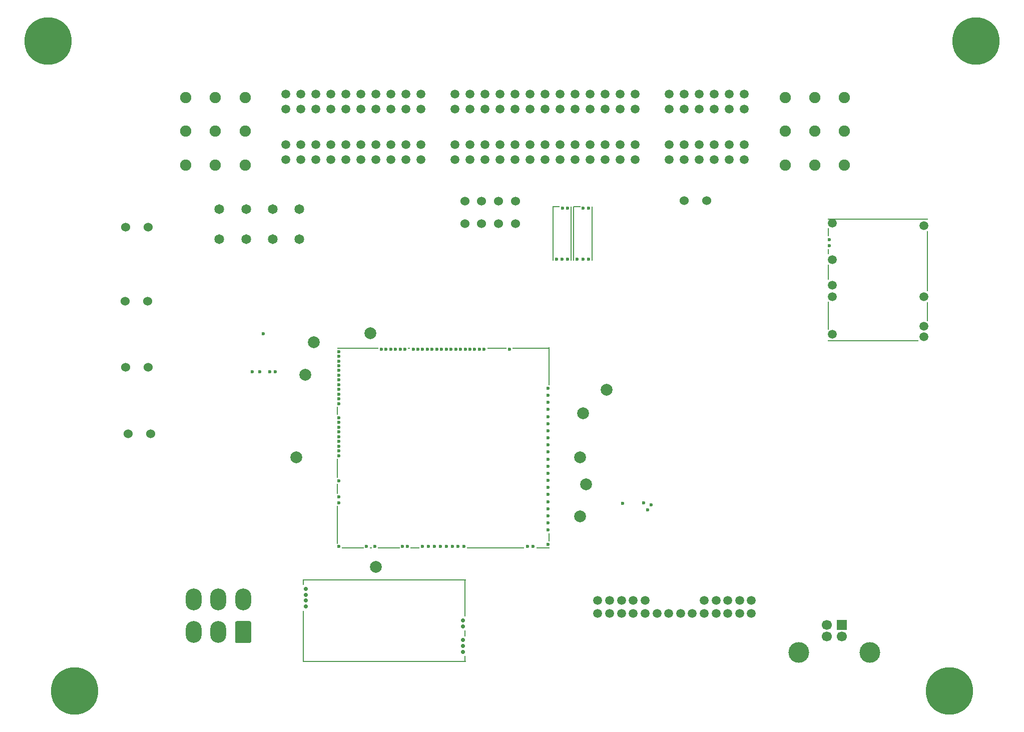
<source format=gbl>
G04 #@! TF.GenerationSoftware,KiCad,Pcbnew,8.0.9-8.0.9-0~ubuntu24.04.1*
G04 #@! TF.CreationDate,2025-02-20T18:22:35+00:00*
G04 #@! TF.ProjectId,hellenbms46,68656c6c-656e-4626-9d73-34362e6b6963,rev?*
G04 #@! TF.SameCoordinates,PX4c4b400PY96ae380*
G04 #@! TF.FileFunction,Copper,L4,Bot*
G04 #@! TF.FilePolarity,Positive*
%FSLAX46Y46*%
G04 Gerber Fmt 4.6, Leading zero omitted, Abs format (unit mm)*
G04 Created by KiCad (PCBNEW 8.0.9-8.0.9-0~ubuntu24.04.1) date 2025-02-20 18:22:35*
%MOMM*%
%LPD*%
G01*
G04 APERTURE LIST*
G04 #@! TA.AperFunction,ComponentPad*
%ADD10C,8.000000*%
G04 #@! TD*
G04 #@! TA.AperFunction,ComponentPad*
%ADD11C,1.650000*%
G04 #@! TD*
G04 #@! TA.AperFunction,ComponentPad*
%ADD12C,2.000000*%
G04 #@! TD*
G04 #@! TA.AperFunction,ComponentPad*
%ADD13C,1.524000*%
G04 #@! TD*
G04 #@! TA.AperFunction,ComponentPad*
%ADD14C,1.500000*%
G04 #@! TD*
G04 #@! TA.AperFunction,ComponentPad*
%ADD15C,0.700000*%
G04 #@! TD*
G04 #@! TA.AperFunction,SMDPad,CuDef*
%ADD16R,0.250000X1.100000*%
G04 #@! TD*
G04 #@! TA.AperFunction,SMDPad,CuDef*
%ADD17R,0.250000X0.980000*%
G04 #@! TD*
G04 #@! TA.AperFunction,SMDPad,CuDef*
%ADD18R,0.250000X6.300000*%
G04 #@! TD*
G04 #@! TA.AperFunction,SMDPad,CuDef*
%ADD19R,27.600000X0.250000*%
G04 #@! TD*
G04 #@! TA.AperFunction,SMDPad,CuDef*
%ADD20R,0.250000X8.750000*%
G04 #@! TD*
G04 #@! TA.AperFunction,SMDPad,CuDef*
%ADD21R,0.250000X0.950000*%
G04 #@! TD*
G04 #@! TA.AperFunction,ComponentPad*
%ADD22C,0.600000*%
G04 #@! TD*
G04 #@! TA.AperFunction,SMDPad,CuDef*
%ADD23O,1.225000X0.200000*%
G04 #@! TD*
G04 #@! TA.AperFunction,SMDPad,CuDef*
%ADD24O,0.200000X9.300000*%
G04 #@! TD*
G04 #@! TA.AperFunction,SMDPad,CuDef*
%ADD25O,0.200000X3.300000*%
G04 #@! TD*
G04 #@! TA.AperFunction,SMDPad,CuDef*
%ADD26O,0.200000X10.200000*%
G04 #@! TD*
G04 #@! TA.AperFunction,SMDPad,CuDef*
%ADD27O,0.200000X0.300000*%
G04 #@! TD*
G04 #@! TA.AperFunction,SMDPad,CuDef*
%ADD28O,17.000000X0.200000*%
G04 #@! TD*
G04 #@! TA.AperFunction,SMDPad,CuDef*
%ADD29O,15.400000X0.200000*%
G04 #@! TD*
G04 #@! TA.AperFunction,SMDPad,CuDef*
%ADD30O,0.200000X4.800000*%
G04 #@! TD*
G04 #@! TA.AperFunction,SMDPad,CuDef*
%ADD31O,0.200000X2.600000*%
G04 #@! TD*
G04 #@! TA.AperFunction,SMDPad,CuDef*
%ADD32O,0.200000X1.000000*%
G04 #@! TD*
G04 #@! TA.AperFunction,SMDPad,CuDef*
%ADD33O,0.200000X1.500000*%
G04 #@! TD*
G04 #@! TA.AperFunction,SMDPad,CuDef*
%ADD34R,3.700000X0.200000*%
G04 #@! TD*
G04 #@! TA.AperFunction,SMDPad,CuDef*
%ADD35R,0.400000X0.200000*%
G04 #@! TD*
G04 #@! TA.AperFunction,SMDPad,CuDef*
%ADD36R,1.600000X0.200000*%
G04 #@! TD*
G04 #@! TA.AperFunction,SMDPad,CuDef*
%ADD37R,9.700000X0.200000*%
G04 #@! TD*
G04 #@! TA.AperFunction,SMDPad,CuDef*
%ADD38R,2.300000X0.200000*%
G04 #@! TD*
G04 #@! TA.AperFunction,SMDPad,CuDef*
%ADD39R,0.200000X1.400000*%
G04 #@! TD*
G04 #@! TA.AperFunction,SMDPad,CuDef*
%ADD40R,0.200000X6.400000*%
G04 #@! TD*
G04 #@! TA.AperFunction,SMDPad,CuDef*
%ADD41R,0.200000X1.700000*%
G04 #@! TD*
G04 #@! TA.AperFunction,SMDPad,CuDef*
%ADD42R,0.200000X3.300000*%
G04 #@! TD*
G04 #@! TA.AperFunction,SMDPad,CuDef*
%ADD43R,7.000000X0.200000*%
G04 #@! TD*
G04 #@! TA.AperFunction,SMDPad,CuDef*
%ADD44R,3.300000X0.200000*%
G04 #@! TD*
G04 #@! TA.AperFunction,SMDPad,CuDef*
%ADD45R,6.300000X0.200000*%
G04 #@! TD*
G04 #@! TA.AperFunction,ComponentPad*
%ADD46R,1.700000X1.700000*%
G04 #@! TD*
G04 #@! TA.AperFunction,ComponentPad*
%ADD47C,1.700000*%
G04 #@! TD*
G04 #@! TA.AperFunction,ComponentPad*
%ADD48C,3.500000*%
G04 #@! TD*
G04 #@! TA.AperFunction,ComponentPad*
%ADD49O,2.700000X3.700000*%
G04 #@! TD*
G04 #@! TA.AperFunction,ComponentPad*
%ADD50C,0.599999*%
G04 #@! TD*
G04 #@! TA.AperFunction,ComponentPad*
%ADD51C,1.900000*%
G04 #@! TD*
G04 APERTURE END LIST*
D10*
G04 #@! TO.P,REF\u002A\u002A,1*
G04 #@! TO.N,N/C*
X3500000Y114000000D03*
G04 #@! TD*
D11*
G04 #@! TO.P,F2002,1,1*
G04 #@! TO.N,/conn/IGN_OUT1*
X32500000Y80460000D03*
G04 #@! TO.P,F2002,2,2*
G04 #@! TO.N,Net-(P2001E-Pin_506)*
X32500000Y85540000D03*
G04 #@! TD*
D12*
G04 #@! TO.P,TP3008,1,1*
G04 #@! TO.N,Net-(M3002-USBID_(PA10))*
X48500000Y63000000D03*
G04 #@! TD*
D13*
G04 #@! TO.P,JP4001,1,1*
G04 #@! TO.N,/conn/IGN_OUT1*
X16595000Y82500000D03*
G04 #@! TO.P,JP4001,2,2*
G04 #@! TO.N,Net-(F4001-Pad1)*
X20405000Y82500000D03*
G04 #@! TD*
G04 #@! TO.P,JP4004,1,1*
G04 #@! TO.N,/conn/IGN_OUT4*
X17045001Y47483000D03*
G04 #@! TO.P,JP4004,2,2*
G04 #@! TO.N,Net-(F4004-Pad1)*
X20855001Y47483000D03*
G04 #@! TD*
D10*
G04 #@! TO.P,REF\u002A\u002A,1*
G04 #@! TO.N,N/C*
X8000000Y4000000D03*
G04 #@! TD*
D12*
G04 #@! TO.P,TP3001,1,1*
G04 #@! TO.N,Net-(M3002-V33_REF)*
X59000000Y25000000D03*
G04 #@! TD*
D13*
G04 #@! TO.P,JP2002,1,1*
G04 #@! TO.N,/conn/OUTLS.MREL*
X114905000Y87000000D03*
G04 #@! TO.P,JP2002,2,2*
G04 #@! TO.N,/conn/ECU_MAINREL*
X111095000Y87000000D03*
G04 #@! TD*
D14*
G04 #@! TO.P,J2001,1,Pin_1*
G04 #@! TO.N,/rusefi/USB.DP*
X96500000Y19295200D03*
G04 #@! TO.P,J2001,2,Pin_2*
G04 #@! TO.N,/rusefi/USB.DM*
X98500000Y19295200D03*
G04 #@! TO.P,J2001,3,Pin_3*
G04 #@! TO.N,/rusefi/CAN1L*
X100500000Y19295200D03*
G04 #@! TO.P,J2001,4,Pin_4*
G04 #@! TO.N,/rusefi/CAN1H*
X102500000Y19295200D03*
G04 #@! TO.P,J2001,5,Pin_5*
G04 #@! TO.N,/rusefi/KnockAmps/KNOCK_HP1*
X104500000Y19295200D03*
G04 #@! TO.P,J2001,6,Pin_6*
G04 #@! TO.N,+12V_RAW*
X114500000Y19295200D03*
G04 #@! TO.P,J2001,7,Pin_7*
G04 #@! TO.N,GND*
X116500000Y19295200D03*
G04 #@! TO.P,J2001,8,Pin_8*
G04 #@! TO.N,unconnected-(J2001-Pin_8-Pad8)*
X118500000Y19295200D03*
G04 #@! TO.P,J2001,9,Pin_9*
G04 #@! TO.N,unconnected-(J2001-Pin_9-Pad9)*
X120500000Y19295200D03*
G04 #@! TO.P,J2001,10,Pin_10*
G04 #@! TO.N,unconnected-(J2001-Pin_10-Pad10)*
X122500000Y19295200D03*
G04 #@! TO.P,J2001,11,Pin_11*
G04 #@! TO.N,/rusefi/USB.VBUS*
X96500000Y17095200D03*
G04 #@! TO.P,J2001,12,Pin_12*
G04 #@! TO.N,GND*
X98500000Y17095200D03*
G04 #@! TO.P,J2001,13,Pin_13*
G04 #@! TO.N,/rusefi/CAN2L*
X100500000Y17095200D03*
G04 #@! TO.P,J2001,14,Pin_14*
G04 #@! TO.N,/rusefi/CAN2H*
X102500000Y17095200D03*
G04 #@! TO.P,J2001,15,Pin_15*
G04 #@! TO.N,/rusefi/KnockAmps/KNOCK_HP2*
X104500000Y17095200D03*
G04 #@! TO.P,J2001,16,Pin_16*
G04 #@! TO.N,GND*
X106500000Y17095200D03*
G04 #@! TO.P,J2001,17,Pin_17*
X108500000Y17095200D03*
G04 #@! TO.P,J2001,18,Pin_18*
G04 #@! TO.N,/rusefi/AIN.MAP*
X110500000Y17095200D03*
G04 #@! TO.P,J2001,19,Pin_19*
G04 #@! TO.N,+5VA*
X112500000Y17095200D03*
G04 #@! TO.P,J2001,20,Pin_20*
X114500000Y17095200D03*
G04 #@! TO.P,J2001,21,Pin_21*
G04 #@! TO.N,GND*
X116500000Y17095200D03*
G04 #@! TO.P,J2001,22,Pin_22*
G04 #@! TO.N,/conn/EXTIN1*
X118500000Y17095200D03*
G04 #@! TO.P,J2001,23,Pin_23*
G04 #@! TO.N,/conn/EXTIN2*
X120500000Y17095200D03*
G04 #@! TO.P,J2001,24,Pin_24*
G04 #@! TO.N,unconnected-(J2001-Pin_24-Pad24)*
X122500000Y17095200D03*
G04 #@! TD*
D15*
G04 #@! TO.P,M3003,E1,LSU_Un*
G04 #@! TO.N,/rusefi/LSU.Un*
X47075000Y21275000D03*
G04 #@! TO.P,M3003,E2,LSU_Vm*
G04 #@! TO.N,/rusefi/LSU.Vm*
X47075000Y18275000D03*
G04 #@! TO.P,M3003,E3,LSU_Ip*
G04 #@! TO.N,/rusefi/LSU.Ip*
X47075000Y19275000D03*
G04 #@! TO.P,M3003,E4,LSU_Rtrim*
G04 #@! TO.N,/rusefi/LSU.Rtrim*
X47075000Y20275000D03*
D16*
G04 #@! TO.P,M3003,G,GND*
G04 #@! TO.N,GND*
X74050000Y9425000D03*
D17*
X74050000Y13765000D03*
D18*
X74050000Y19725000D03*
D19*
X60375000Y9000000D03*
X60375000Y22750000D03*
D20*
X46700000Y13250000D03*
D21*
X46700000Y22400000D03*
D15*
G04 #@! TO.P,M3003,W1,V5_IN*
G04 #@! TO.N,+5VA*
X73666200Y11625000D03*
G04 #@! TO.P,M3003,W2,CAN_VIO*
G04 #@! TO.N,unconnected-(M3003-CAN_VIO-PadW2)*
X73666200Y12625000D03*
G04 #@! TO.P,M3003,W3,CANL*
G04 #@! TO.N,/rusefi/CAN1L*
X73666200Y15921000D03*
G04 #@! TO.P,M3003,W4,CANH*
G04 #@! TO.N,/rusefi/CAN1H*
X73666200Y14905000D03*
G04 #@! TO.P,M3003,W9,VDDA*
G04 #@! TO.N,unconnected-(M3003-VDDA-PadW9)*
X73666200Y10625000D03*
G04 #@! TD*
D12*
G04 #@! TO.P,TP3003,1,1*
G04 #@! TO.N,Net-(M3002-IN_MAP2_(PC1))*
X94500000Y39000000D03*
G04 #@! TD*
D13*
G04 #@! TO.P,JP4002,1,1*
G04 #@! TO.N,/conn/IGN_OUT2*
X16545001Y69979000D03*
G04 #@! TO.P,JP4002,2,2*
G04 #@! TO.N,Net-(F4002-Pad1)*
X20355001Y69979000D03*
G04 #@! TD*
D22*
G04 #@! TO.P,M6002,E1,V5A*
G04 #@! TO.N,+5VA*
X94931797Y77030400D03*
D23*
G04 #@! TO.P,M6002,E2,GND*
G04 #@! TO.N,GND*
X92956797Y85930400D03*
D24*
X95531797Y81380400D03*
X92431797Y81380400D03*
D22*
X93981797Y77030400D03*
G04 #@! TO.P,M6002,E3,OUT_KNOCK*
G04 #@! TO.N,/rusefi/KnockAmps/KNOCK_OUT2*
X93031799Y77030400D03*
G04 #@! TO.P,M6002,W1,IN_KNOCK*
G04 #@! TO.N,/conn/KNOCK2*
X94031797Y85730400D03*
G04 #@! TO.P,M6002,W2,VREF*
G04 #@! TO.N,/rusefi/KnockAmps/VREF*
X94931797Y85730400D03*
G04 #@! TD*
D11*
G04 #@! TO.P,F2003,1,1*
G04 #@! TO.N,/conn/IGN_OUT3*
X41500000Y80460000D03*
G04 #@! TO.P,F2003,2,2*
G04 #@! TO.N,Net-(P2001E-Pin_508)*
X41500000Y85540000D03*
G04 #@! TD*
D13*
G04 #@! TO.P,JP2008,1,1*
G04 #@! TO.N,/conn/INJ_OUT2*
X76850782Y83095000D03*
G04 #@! TO.P,JP2008,2,2*
G04 #@! TO.N,Net-(P2001C-Pin_350)*
X76850782Y86905000D03*
G04 #@! TD*
D12*
G04 #@! TO.P,TP3009,1,1*
G04 #@! TO.N,Net-(M3002-nReset)*
X47000000Y57500000D03*
G04 #@! TD*
D14*
G04 #@! TO.P,M3001,E1,VBAT*
G04 #@! TO.N,Net-(D3001-K)*
X136153005Y64347001D03*
G04 #@! TO.P,M3001,E2,V12*
G04 #@! TO.N,unconnected-(M3001-V12-PadE2)*
X136153005Y70746998D03*
G04 #@! TO.P,M3001,E3,VIGN*
G04 #@! TO.N,Net-(M3001-VIGN)*
X136153005Y72647001D03*
G04 #@! TO.P,M3001,E4,V5*
G04 #@! TO.N,+5V*
X136153005Y76947001D03*
D22*
G04 #@! TO.P,M3001,E5,EN_5VP*
G04 #@! TO.N,/rusefi/PWR_EN*
X135703006Y79346998D03*
G04 #@! TO.P,M3001,E6,PG_5VP*
G04 #@! TO.N,Net-(JP3001-A)*
X135703006Y80346999D03*
D25*
G04 #@! TO.P,M3001,S1,GND*
G04 #@! TO.N,GND*
X152303001Y68197001D03*
D26*
X152303001Y76696999D03*
D27*
X152303001Y83797001D03*
D28*
X143903003Y83847001D03*
D29*
X143103002Y63247001D03*
D14*
X136153005Y83197001D03*
D27*
X135503004Y63297001D03*
D30*
X135503004Y67496999D03*
D31*
X135503004Y74847001D03*
D32*
X135503004Y78346998D03*
D33*
X135503004Y81646999D03*
D14*
G04 #@! TO.P,M3001,V1,V12_PERM*
G04 #@! TO.N,+12V_PERM*
X151653002Y63896999D03*
G04 #@! TO.P,M3001,V2,IN_VIGN*
G04 #@! TO.N,+12V_FROM_KEY*
X151653002Y65746998D03*
G04 #@! TO.P,M3001,V3,V12_RAW*
G04 #@! TO.N,+12V_RAW*
X151653002Y70697001D03*
G04 #@! TO.P,M3001,V4,5VP*
G04 #@! TO.N,+5VP*
X151653002Y82746999D03*
G04 #@! TD*
D22*
G04 #@! TO.P,M3002,E1,V5A_SWITCHABLE*
G04 #@! TO.N,+5VA*
X81575005Y61824995D03*
G04 #@! TO.P,M3002,E2,GNDA*
G04 #@! TO.N,GND*
X77275005Y61825005D03*
G04 #@! TO.P,M3002,E3,I2C_SCL_(PB10)*
G04 #@! TO.N,unconnected-(M3002-I2C_SCL_(PB10)-PadE3)*
X76475015Y61825005D03*
G04 #@! TO.P,M3002,E4,I2C_SDA_(PB11)*
G04 #@! TO.N,unconnected-(M3002-I2C_SDA_(PB11)-PadE4)*
X75675005Y61825005D03*
G04 #@! TO.P,M3002,E5,IN_VIGN_(PA5)*
G04 #@! TO.N,Net-(M3001-VIGN)*
X74875005Y61825005D03*
G04 #@! TO.P,M3002,E6,SPI2_CS_/_CAN2_RX_(PB12)*
G04 #@! TO.N,Net-(M3002-SPI2_CS_{slash}_CAN2_RX_(PB12))*
X74075005Y61825005D03*
G04 #@! TO.P,M3002,E7,SPI2_SCK_/_CAN2_TX_(PB13)*
G04 #@! TO.N,Net-(M3002-SPI2_SCK_{slash}_CAN2_TX_(PB13))*
X73275005Y61825005D03*
G04 #@! TO.P,M3002,E8,SPI2_MISO_(PB14)*
G04 #@! TO.N,unconnected-(M3002-SPI2_MISO_(PB14)-PadE8)*
X72475005Y61825005D03*
G04 #@! TO.P,M3002,E9,SPI2_MOSI_(PB15)*
G04 #@! TO.N,unconnected-(M3002-SPI2_MOSI_(PB15)-PadE9)*
X71675005Y61825005D03*
G04 #@! TO.P,M3002,E10,OUT_INJ8_(PD12)*
G04 #@! TO.N,/rusefi/OUT LS1/IN4*
X70875005Y61825005D03*
G04 #@! TO.P,M3002,E11,OUT_INJ7_(PD15)*
G04 #@! TO.N,/rusefi/OUT LS1/IN3*
X70075005Y61825005D03*
G04 #@! TO.P,M3002,E12,OUT_INJ6_(PA8)*
G04 #@! TO.N,/rusefi/OUT LS1/IN2*
X69275005Y61825005D03*
G04 #@! TO.P,M3002,E13,OUT_INJ5_(PD2)*
G04 #@! TO.N,/rusefi/OUT LS1/IN1*
X68475005Y61825005D03*
G04 #@! TO.P,M3002,E14,OUT_INJ4_(PD10)*
G04 #@! TO.N,/rusefi/INJ4*
X67675005Y61825005D03*
G04 #@! TO.P,M3002,E15,OUT_INJ3_(PD11)*
G04 #@! TO.N,/rusefi/INJ3*
X66875005Y61825005D03*
G04 #@! TO.P,M3002,E16,OUT_INJ2_(PA9)*
G04 #@! TO.N,/rusefi/INJ2*
X66075015Y61824995D03*
G04 #@! TO.P,M3002,E17,OUT_INJ1_(PD3)*
G04 #@! TO.N,/rusefi/INJ1*
X65275005Y61825005D03*
G04 #@! TO.P,M3002,E18,OUT_PWM1_(PD13)*
G04 #@! TO.N,/rusefi/OUT PP/IN1*
X63875005Y61825005D03*
G04 #@! TO.P,M3002,E19,OUT_PWM2_(PC6)*
G04 #@! TO.N,/rusefi/OUT PP/IN2*
X63075015Y61825005D03*
G04 #@! TO.P,M3002,E20,OUT_PWM3_(PC7)*
G04 #@! TO.N,/rusefi/OUT PP1/IN1*
X62275015Y61825005D03*
G04 #@! TO.P,M3002,E21,OUT_PWM4_(PC8)*
G04 #@! TO.N,/rusefi/OUT PP1/IN2*
X61475015Y61825005D03*
G04 #@! TO.P,M3002,E22,OUT_PWM5_(PC9)*
G04 #@! TO.N,/rusefi/NBO2H/IN*
X60675015Y61825005D03*
G04 #@! TO.P,M3002,E23,OUT_PWM6_(PD14)*
G04 #@! TO.N,Net-(M3002-OUT_PWM6_(PD14))*
X59875005Y61825005D03*
D34*
G04 #@! TO.P,M3002,G,GND*
G04 #@! TO.N,GND*
X55025015Y28224995D03*
D35*
X58075005Y28224995D03*
D34*
X61125015Y28224995D03*
D36*
X65575005Y28224995D03*
D37*
X79225005Y28224995D03*
D38*
X87225005Y28224995D03*
D39*
X88275015Y30025005D03*
D40*
X52475015Y32124995D03*
D41*
X52475015Y38174995D03*
D42*
X52475015Y41674995D03*
D39*
X52475015Y51424995D03*
D40*
X88275015Y58924995D03*
D43*
X55874995Y62025005D03*
D35*
X64575015Y62025005D03*
D44*
X79425015Y62025005D03*
D45*
X85225015Y62025005D03*
D22*
G04 #@! TO.P,M3002,N1,VBUS*
G04 #@! TO.N,/rusefi/USB.VBUS*
X52675005Y61425005D03*
G04 #@! TO.P,M3002,N2,USBM_(PA11)*
G04 #@! TO.N,/rusefi/USB.DM*
X52675005Y60625005D03*
G04 #@! TO.P,M3002,N3,USBP_(PA12)*
G04 #@! TO.N,/rusefi/USB.DP*
X52675005Y59825005D03*
G04 #@! TO.P,M3002,N4,USBID_(PA10)*
G04 #@! TO.N,Net-(M3002-USBID_(PA10))*
X52675005Y59024995D03*
G04 #@! TO.P,M3002,N5,SWDIO_(PA13)*
G04 #@! TO.N,unconnected-(M3002-SWDIO_(PA13)-PadN5)*
X52675005Y58225005D03*
G04 #@! TO.P,M3002,N6,SWCLK_(PA14)*
G04 #@! TO.N,unconnected-(M3002-SWCLK_(PA14)-PadN6)*
X52675005Y57425005D03*
G04 #@! TO.P,M3002,N7,nReset*
G04 #@! TO.N,Net-(M3002-nReset)*
X52675005Y56625005D03*
G04 #@! TO.P,M3002,N8,SWO_(PB3)*
G04 #@! TO.N,unconnected-(M3002-SWO_(PB3)-PadN8)*
X52675005Y55824995D03*
G04 #@! TO.P,M3002,N9,SPI3_CS_(PA15)*
G04 #@! TO.N,unconnected-(M3002-SPI3_CS_(PA15)-PadN9)*
X52675015Y55025005D03*
G04 #@! TO.P,M3002,N10,SPI3_SCK_(PC10)*
G04 #@! TO.N,unconnected-(M3002-SPI3_SCK_(PC10)-PadN10)*
X52675015Y54225005D03*
G04 #@! TO.P,M3002,N11,SPI3_MISO_(PC11)*
G04 #@! TO.N,unconnected-(M3002-SPI3_MISO_(PC11)-PadN11)*
X52675015Y53425005D03*
G04 #@! TO.P,M3002,N12,SPI3_MOSI_(PC12)*
G04 #@! TO.N,/rusefi/PG_5VP*
X52675015Y52625005D03*
G04 #@! TO.P,M3002,N13,UART2_TX_(PD5)*
G04 #@! TO.N,Net-(M3002-UART2_TX_(PD5))*
X52675015Y50224995D03*
G04 #@! TO.P,M3002,N14,UART2_RX_(PD6)*
G04 #@! TO.N,Net-(M3002-UART2_RX_(PD6))*
X52675015Y49424995D03*
G04 #@! TO.P,M3002,N14a,LED_GREEN*
G04 #@! TO.N,unconnected-(M3002-LED_GREEN-PadN14a)*
X52675005Y48625005D03*
G04 #@! TO.P,M3002,N14b,LED_YELLOW*
G04 #@! TO.N,unconnected-(M3002-LED_YELLOW-PadN14b)*
X52675005Y47824995D03*
G04 #@! TO.P,M3002,N15,V33_SWITCHABLE*
G04 #@! TO.N,+3.3VA*
X52675005Y47024995D03*
G04 #@! TO.P,M3002,N16,BOOT0*
G04 #@! TO.N,Net-(M3002-BOOT0)*
X52675005Y46224995D03*
G04 #@! TO.P,M3002,N17,VBAT*
G04 #@! TO.N,Net-(D3001-K)*
X52675005Y45424995D03*
G04 #@! TO.P,M3002,N18,UART8_RX_(PE0)*
G04 #@! TO.N,unconnected-(M3002-UART8_RX_(PE0)-PadN18)*
X52675015Y44624995D03*
G04 #@! TO.P,M3002,N19,UART8_TX_(PE1)*
G04 #@! TO.N,unconnected-(M3002-UART8_TX_(PE1)-PadN19)*
X52675015Y43824995D03*
G04 #@! TO.P,M3002,N20,OUT_PWR_EN_(PE10)*
G04 #@! TO.N,/rusefi/PWR_EN*
X52675015Y39524995D03*
G04 #@! TO.P,M3002,N21,V33*
G04 #@! TO.N,+3.3V*
X52675015Y36824995D03*
G04 #@! TO.P,M3002,N22,VCC*
G04 #@! TO.N,+5V*
X52675015Y35825005D03*
G04 #@! TO.P,M3002,N23,V33*
G04 #@! TO.N,+3.3V*
X52675015Y28424995D03*
G04 #@! TO.P,M3002,S1,IN_D4_(PE15)*
G04 #@! TO.N,/conn/EXTIN2*
X88075015Y55225015D03*
G04 #@! TO.P,M3002,S2,IN_D3_(PE14)*
G04 #@! TO.N,/conn/EXTIN1*
X88075015Y54025005D03*
G04 #@! TO.P,M3002,S3,IN_D2_(PE13)*
G04 #@! TO.N,/rusefi/DIN.EWS*
X88075015Y52825005D03*
G04 #@! TO.P,M3002,S4,IN_D1_(PE12)*
G04 #@! TO.N,/rusefi/DIN.OPS*
X88075015Y51625005D03*
G04 #@! TO.P,M3002,S5,VREF2*
G04 #@! TO.N,Net-(M3002-VREF2)*
X88075015Y50425005D03*
G04 #@! TO.P,M3002,S6,IN_AUX4_(PC5)*
G04 #@! TO.N,Net-(M3002-IN_AUX4_(PC5))*
X88075015Y49225005D03*
G04 #@! TO.P,M3002,S7,IN_AUX3_(PA7)*
G04 #@! TO.N,/rusefi/KnockAmps/KNOCK_OUT2*
X88075015Y48025005D03*
G04 #@! TO.P,M3002,S8,IN_AUX2_(PC4/PE9)*
G04 #@! TO.N,/rusefi/AIN.TRAD*
X88075015Y46825005D03*
G04 #@! TO.P,M3002,S9,IN_AUX1_(PB0)*
G04 #@! TO.N,/rusefi/AIN.MAF*
X88075015Y45625005D03*
G04 #@! TO.P,M3002,S10,IN_O2S2_(PA1)*
G04 #@! TO.N,/rusefi/AIN.NBO2*
X88075015Y44425005D03*
G04 #@! TO.P,M3002,S11,IN_O2S_/_CAN_WAKEUP_(PA0)*
G04 #@! TO.N,Net-(M3002-IN_O2S_{slash}_CAN_WAKEUP_(PA0))*
X88075015Y43225005D03*
G04 #@! TO.P,M3002,S12,IN_MAP2_(PC1)*
G04 #@! TO.N,Net-(M3002-IN_MAP2_(PC1))*
X88075015Y42025005D03*
G04 #@! TO.P,M3002,S13,IN_MAP1_(PC0)*
G04 #@! TO.N,/rusefi/AIN.MAP*
X88075015Y40825005D03*
G04 #@! TO.P,M3002,S14,IN_CRANK_(PB1)*
G04 #@! TO.N,/rusefi/DIN.CPS*
X88075015Y39625005D03*
G04 #@! TO.P,M3002,S15,IN_KNOCK_(PA2)*
G04 #@! TO.N,/rusefi/KnockAmps/KNOCK_OUT1*
X88075015Y38425005D03*
G04 #@! TO.P,M3002,S16,IN_CAM_(PA6)*
G04 #@! TO.N,/rusefi/DIN.CMP*
X88075015Y37225005D03*
G04 #@! TO.P,M3002,S17,IN_VSS_(PE11)*
G04 #@! TO.N,/rusefi/DIN.RRWS*
X88075015Y36025005D03*
G04 #@! TO.P,M3002,S18,IN_TPS_(PA4)*
G04 #@! TO.N,/rusefi/AIN.TPS*
X88075015Y34824995D03*
G04 #@! TO.P,M3002,S19,IN_PPS_(PA3)*
G04 #@! TO.N,Net-(M3002-IN_PPS_(PA3))*
X88075015Y33624995D03*
G04 #@! TO.P,M3002,S20,IN_IAT_(PC3)*
G04 #@! TO.N,/rusefi/AIN.IAT*
X88075015Y32424995D03*
G04 #@! TO.P,M3002,S21,IN_CLT_(PC2)*
G04 #@! TO.N,/rusefi/AIN.CLT*
X88075015Y31224995D03*
G04 #@! TO.P,M3002,S22,VREF1*
G04 #@! TO.N,/rusefi/KnockAmps/VREF*
X88075015Y28824995D03*
G04 #@! TO.P,M3002,W1,GNDA*
G04 #@! TO.N,GND*
X85575005Y28424995D03*
G04 #@! TO.P,M3002,W2,V5A_SWITCHABLE*
G04 #@! TO.N,+5VA*
X84575005Y28424995D03*
G04 #@! TO.P,M3002,W3,IGN8_(PE6)*
G04 #@! TO.N,/rusefi/OUT LS/IN4*
X73875015Y28424995D03*
G04 #@! TO.P,M3002,W4,IGN7_(PB9)*
G04 #@! TO.N,/rusefi/OUT LS/IN3*
X72875005Y28424995D03*
G04 #@! TO.P,M3002,W5,IGN6_(PB8)*
G04 #@! TO.N,/rusefi/OUT LS/IN2*
X71875015Y28424995D03*
G04 #@! TO.P,M3002,W6,IGN5_(PE2)*
G04 #@! TO.N,/rusefi/OUT LS/IN1*
X70875015Y28424995D03*
G04 #@! TO.P,M3002,W7,IGN4_(PE3)*
G04 #@! TO.N,/rusefi/IGN4*
X69875015Y28424995D03*
G04 #@! TO.P,M3002,W8,IGN3_(PE4)*
G04 #@! TO.N,/rusefi/IGN3*
X68875015Y28424995D03*
G04 #@! TO.P,M3002,W9,IGN2_(PE5)*
G04 #@! TO.N,/rusefi/IGN2*
X67875015Y28424995D03*
G04 #@! TO.P,M3002,W10,IGN1_(PC13)*
G04 #@! TO.N,/rusefi/IGN1*
X66875015Y28424995D03*
G04 #@! TO.P,M3002,W11,CANH*
G04 #@! TO.N,/rusefi/CAN1H*
X64275015Y28424995D03*
G04 #@! TO.P,M3002,W12,CANL*
G04 #@! TO.N,/rusefi/CAN1L*
X63475015Y28424995D03*
G04 #@! TO.P,M3002,W13,V33_REF*
G04 #@! TO.N,Net-(M3002-V33_REF)*
X58775005Y28424995D03*
G04 #@! TO.P,M3002,W14,V5A_SWITCHABLE*
G04 #@! TO.N,+5VA*
X57375015Y28424995D03*
G04 #@! TD*
D46*
G04 #@! TO.P,J3001,1,VBUS*
G04 #@! TO.N,/rusefi/USB.VBUS*
X137750000Y15186800D03*
D47*
G04 #@! TO.P,J3001,2,D-*
G04 #@! TO.N,/rusefi/USB.DM*
X135250000Y15186800D03*
G04 #@! TO.P,J3001,3,D+*
G04 #@! TO.N,/rusefi/USB.DP*
X135250000Y13186800D03*
G04 #@! TO.P,J3001,4,GND*
G04 #@! TO.N,GND*
X137750000Y13186800D03*
D48*
G04 #@! TO.P,J3001,5,Shield*
X142520000Y10476800D03*
X130480000Y10476800D03*
G04 #@! TD*
D13*
G04 #@! TO.P,JP2009,1,1*
G04 #@! TO.N,/conn/INJ_OUT1*
X74000000Y83095000D03*
G04 #@! TO.P,JP2009,2,2*
G04 #@! TO.N,Net-(P2001C-Pin_351)*
X74000000Y86905000D03*
G04 #@! TD*
D22*
G04 #@! TO.P,M6001,E1,V5A*
G04 #@! TO.N,+5VA*
X91400000Y77025000D03*
D23*
G04 #@! TO.P,M6001,E2,GND*
G04 #@! TO.N,GND*
X89425000Y85925000D03*
D24*
X92000000Y81375000D03*
X88900000Y81375000D03*
D22*
X90450000Y77025000D03*
G04 #@! TO.P,M6001,E3,OUT_KNOCK*
G04 #@! TO.N,/rusefi/KnockAmps/KNOCK_OUT1*
X89500002Y77025000D03*
G04 #@! TO.P,M6001,W1,IN_KNOCK*
G04 #@! TO.N,/conn/KNOCK1*
X90500000Y85725000D03*
G04 #@! TO.P,M6001,W2,VREF*
G04 #@! TO.N,/rusefi/KnockAmps/VREF*
X91400000Y85725000D03*
G04 #@! TD*
D11*
G04 #@! TO.P,F2001,1,1*
G04 #@! TO.N,/conn/IGN_OUT2*
X46000000Y80460000D03*
G04 #@! TO.P,F2001,2,2*
G04 #@! TO.N,Net-(P2001E-Pin_504)*
X46000000Y85540000D03*
G04 #@! TD*
D10*
G04 #@! TO.P,REF\u002A\u002A,1*
G04 #@! TO.N,N/C*
X156000000Y4000000D03*
G04 #@! TD*
D13*
G04 #@! TO.P,JP2007,1,1*
G04 #@! TO.N,/conn/INJ_OUT3*
X79701564Y83095000D03*
G04 #@! TO.P,JP2007,2,2*
G04 #@! TO.N,Net-(P2001C-Pin_349)*
X79701564Y86905000D03*
G04 #@! TD*
G04 #@! TO.P,J2002,1,Pin_1*
G04 #@! TO.N,+12V_RAW*
G04 #@! TA.AperFunction,ComponentPad*
G36*
G01*
X37850000Y15554999D02*
X37850000Y12355001D01*
G75*
G02*
X37599999Y12105000I-250001J0D01*
G01*
X35400001Y12105000D01*
G75*
G02*
X35150000Y12355001I0J250001D01*
G01*
X35150000Y15554999D01*
G75*
G02*
X35400001Y15805000I250001J0D01*
G01*
X37599999Y15805000D01*
G75*
G02*
X37850000Y15554999I0J-250001D01*
G01*
G37*
G04 #@! TD.AperFunction*
D49*
G04 #@! TO.P,J2002,2,Pin_2*
G04 #@! TO.N,/rusefi/LSU.Rtrim*
X32300000Y13955000D03*
G04 #@! TO.P,J2002,3,Pin_3*
G04 #@! TO.N,/rusefi/LSU.H+*
X28100000Y13955000D03*
G04 #@! TO.P,J2002,4,Pin_4*
G04 #@! TO.N,/rusefi/LSU.Un*
X36500000Y19455000D03*
G04 #@! TO.P,J2002,5,Pin_5*
G04 #@! TO.N,/rusefi/LSU.Ip*
X32300000Y19455000D03*
G04 #@! TO.P,J2002,6,Pin_6*
G04 #@! TO.N,/rusefi/LSU.Vm*
X28100000Y19455000D03*
G04 #@! TD*
D12*
G04 #@! TO.P,TP3007,1,1*
G04 #@! TO.N,Net-(M3002-OUT_PWM6_(PD14))*
X58000000Y64500000D03*
G04 #@! TD*
G04 #@! TO.P,TP3006,1,1*
G04 #@! TO.N,Net-(M3002-IN_PPS_(PA3))*
X93500000Y33500000D03*
G04 #@! TD*
G04 #@! TO.P,TP3002,1,1*
G04 #@! TO.N,Net-(M3002-IN_O2S_{slash}_CAN_WAKEUP_(PA0))*
X93500000Y43500000D03*
G04 #@! TD*
G04 #@! TO.P,TP3010,1,1*
G04 #@! TO.N,Net-(M3002-BOOT0)*
X45500000Y43500000D03*
G04 #@! TD*
D11*
G04 #@! TO.P,F2004,1,1*
G04 #@! TO.N,/conn/IGN_OUT4*
X37000000Y80460000D03*
G04 #@! TO.P,F2004,2,2*
G04 #@! TO.N,Net-(P2001E-Pin_509)*
X37000000Y85540000D03*
G04 #@! TD*
D12*
G04 #@! TO.P,TP3005,1,1*
G04 #@! TO.N,Net-(M3002-VREF2)*
X98000000Y55000000D03*
G04 #@! TD*
D10*
G04 #@! TO.P,REF\u002A\u002A,1*
G04 #@! TO.N,N/C*
X160500000Y114000000D03*
G04 #@! TD*
D50*
G04 #@! TO.P,M3005,V1,12V*
G04 #@! TO.N,+12V_RAW*
X39905006Y64424999D03*
G04 #@! TO.P,M3005,V2,UART_RX*
G04 #@! TO.N,Net-(M3002-UART2_RX_(PD6))*
X38075013Y58000000D03*
G04 #@! TO.P,M3005,V3,5V*
G04 #@! TO.N,+5VA*
X39350011Y58000000D03*
G04 #@! TO.P,M3005,V4,LIN*
G04 #@! TO.N,/rusefi/LIN*
X41000000Y58000000D03*
G04 #@! TO.P,M3005,V5,UART_TX*
G04 #@! TO.N,Net-(M3002-UART2_TX_(PD5))*
X41900011Y58000000D03*
G04 #@! TD*
D12*
G04 #@! TO.P,TP3004,1,1*
G04 #@! TO.N,Net-(M3002-IN_AUX4_(PC5))*
X94000000Y51000000D03*
G04 #@! TD*
D50*
G04 #@! TO.P,M3004,V1,V5*
G04 #@! TO.N,+5VA*
X105500001Y35524999D03*
G04 #@! TO.P,M3004,V2,CAN_VIO*
G04 #@! TO.N,+3.3VA*
X104975001Y34649997D03*
G04 #@! TO.P,M3004,V5,CAN_TX*
G04 #@! TO.N,Net-(M3002-SPI2_SCK_{slash}_CAN2_TX_(PB13))*
X104225003Y35825001D03*
G04 #@! TO.P,M3004,V6,CAN_RX*
G04 #@! TO.N,Net-(M3002-SPI2_CS_{slash}_CAN2_RX_(PB12))*
X100675002Y35749998D03*
G04 #@! TD*
D51*
G04 #@! TO.P,P2001,101,Pin_101*
G04 #@! TO.N,unconnected-(P2001A-Pin_101-Pad101)*
X138231500Y104420000D03*
G04 #@! TO.P,P2001,102,Pin_102*
G04 #@! TO.N,unconnected-(P2001A-Pin_102-Pad102)*
X133236500Y104420000D03*
G04 #@! TO.P,P2001,103,Pin_103*
G04 #@! TO.N,unconnected-(P2001A-Pin_103-Pad103)*
X128240500Y104420000D03*
G04 #@! TO.P,P2001,104,Pin_104*
G04 #@! TO.N,GND*
X138231500Y98719000D03*
G04 #@! TO.P,P2001,105,Pin_105*
X133236500Y98719000D03*
G04 #@! TO.P,P2001,106,Pin_106*
X128240500Y98719000D03*
G04 #@! TO.P,P2001,107,Pin_107*
G04 #@! TO.N,+12V_PERM*
X138231500Y93019000D03*
G04 #@! TO.P,P2001,108,Pin_108*
G04 #@! TO.N,+12V_RAW*
X133236500Y93019000D03*
G04 #@! TO.P,P2001,109,Pin_109*
X128240500Y93019000D03*
D14*
G04 #@! TO.P,P2001,201,Pin_201*
G04 #@! TO.N,unconnected-(P2001B-Pin_201-Pad201)*
X121233500Y105012000D03*
G04 #@! TO.P,P2001,202,Pin_202*
G04 #@! TO.N,unconnected-(P2001B-Pin_202-Pad202)*
X118693500Y105012000D03*
G04 #@! TO.P,P2001,203,Pin_203*
G04 #@! TO.N,/conn/ECU_CANL*
X116153500Y105012000D03*
G04 #@! TO.P,P2001,204,Pin_204*
G04 #@! TO.N,/conn/ECU_CANH*
X113613500Y105012000D03*
G04 #@! TO.P,P2001,205,Pin_205*
G04 #@! TO.N,unconnected-(P2001B-Pin_205-Pad205)*
X111072500Y105012000D03*
G04 #@! TO.P,P2001,206,Pin_206*
G04 #@! TO.N,/conn/ECU_LIN*
X108532500Y105012000D03*
G04 #@! TO.P,P2001,207,Pin_207*
G04 #@! TO.N,/conn/ECU_NBO2pre_H-*
X121233500Y102469000D03*
G04 #@! TO.P,P2001,208,Pin_208*
G04 #@! TO.N,/conn/ECU_NBO2post_H-*
X118693500Y102469000D03*
G04 #@! TO.P,P2001,209,Pin_209*
G04 #@! TO.N,/conn/ECU_NBO2pre_SIG-*
X116153500Y102469000D03*
G04 #@! TO.P,P2001,210,Pin_210*
G04 #@! TO.N,unconnected-(P2001B-Pin_210-Pad210)*
X113613500Y102469000D03*
G04 #@! TO.P,P2001,211,Pin_211*
G04 #@! TO.N,unconnected-(P2001B-Pin_211-Pad211)*
X111072500Y102469000D03*
G04 #@! TO.P,P2001,212,Pin_212*
G04 #@! TO.N,unconnected-(P2001B-Pin_212-Pad212)*
X108532500Y102469000D03*
G04 #@! TO.P,P2001,213,Pin_213*
G04 #@! TO.N,unconnected-(P2001B-Pin_213-Pad213)*
X121233500Y96430000D03*
G04 #@! TO.P,P2001,214,Pin_214*
G04 #@! TO.N,/conn/ECU_NBO2post_SIG-*
X118693500Y96430000D03*
G04 #@! TO.P,P2001,215,Pin_215*
G04 #@! TO.N,unconnected-(P2001B-Pin_215-Pad215)*
X116153500Y96430000D03*
G04 #@! TO.P,P2001,216,Pin_216*
G04 #@! TO.N,/conn/ECU_NBO2post_SIG+*
X113613500Y96430000D03*
G04 #@! TO.P,P2001,217,Pin_217*
G04 #@! TO.N,unconnected-(P2001B-Pin_217-Pad217)*
X111072500Y96430000D03*
G04 #@! TO.P,P2001,218,Pin_218*
G04 #@! TO.N,/conn/ECU_NBO2pre_SIG+*
X108532500Y96430000D03*
G04 #@! TO.P,P2001,219,Pin_219*
G04 #@! TO.N,unconnected-(P2001B-Pin_219-Pad219)*
X121233500Y93867000D03*
G04 #@! TO.P,P2001,220,Pin_220*
G04 #@! TO.N,unconnected-(P2001B-Pin_220-Pad220)*
X118693500Y93867000D03*
G04 #@! TO.P,P2001,221,Pin_221*
G04 #@! TO.N,unconnected-(P2001B-Pin_221-Pad221)*
X116153500Y93867000D03*
G04 #@! TO.P,P2001,222,Pin_222*
G04 #@! TO.N,/conn/ECU_NBO2post_H+*
X113613500Y93867000D03*
G04 #@! TO.P,P2001,223,Pin_223*
G04 #@! TO.N,/conn/ECU_MAINREL*
X111072500Y93867000D03*
G04 #@! TO.P,P2001,224,Pin_224*
G04 #@! TO.N,+12V_RAW*
X108532500Y93867000D03*
G04 #@! TO.P,P2001,301,Pin_301*
X102838500Y105012000D03*
G04 #@! TO.P,P2001,302,Pin_302*
X100298500Y105012000D03*
G04 #@! TO.P,P2001,303,Pin_303*
X97758500Y105012000D03*
G04 #@! TO.P,P2001,304,Pin_304*
X95218500Y105012000D03*
G04 #@! TO.P,P2001,305,Pin_305*
X92677500Y105012000D03*
G04 #@! TO.P,P2001,306,Pin_306*
X90137500Y105012000D03*
G04 #@! TO.P,P2001,307,Pin_307*
G04 #@! TO.N,/conn/OUTLS.SLV*
X87597500Y105012000D03*
G04 #@! TO.P,P2001,308,Pin_308*
G04 #@! TO.N,GND*
X85057500Y105012000D03*
G04 #@! TO.P,P2001,309,Pin_309*
G04 #@! TO.N,/conn/OUTLS.THERMO*
X82516500Y105012000D03*
G04 #@! TO.P,P2001,310,Pin_310*
G04 #@! TO.N,GND*
X79976500Y105012000D03*
G04 #@! TO.P,P2001,311,Pin_311*
G04 #@! TO.N,unconnected-(P2001C-Pin_311-Pad311)*
X77436500Y105012000D03*
G04 #@! TO.P,P2001,312,Pin_312*
G04 #@! TO.N,/conn/CRANK_FB*
X74896500Y105012000D03*
G04 #@! TO.P,P2001,313,Pin_313*
G04 #@! TO.N,/conn/CHARGE*
X72356500Y105012000D03*
G04 #@! TO.P,P2001,314,Pin_314*
G04 #@! TO.N,+12V_RAW*
X102838500Y102469000D03*
G04 #@! TO.P,P2001,315,Pin_315*
X100298500Y102469000D03*
G04 #@! TO.P,P2001,316,Pin_316*
X97758500Y102469000D03*
G04 #@! TO.P,P2001,317,Pin_317*
G04 #@! TO.N,unconnected-(P2001C-Pin_317-Pad317)*
X95218500Y102469000D03*
G04 #@! TO.P,P2001,318,Pin_318*
G04 #@! TO.N,GND*
X92677500Y102469000D03*
G04 #@! TO.P,P2001,319,Pin_319*
X90137500Y102469000D03*
G04 #@! TO.P,P2001,320,Pin_320*
X87597500Y102469000D03*
G04 #@! TO.P,P2001,321,Pin_321*
G04 #@! TO.N,unconnected-(P2001C-Pin_321-Pad321)*
X85057500Y102469000D03*
G04 #@! TO.P,P2001,322,Pin_322*
G04 #@! TO.N,GND*
X82516500Y102469000D03*
G04 #@! TO.P,P2001,323,Pin_323*
X79976500Y102469000D03*
G04 #@! TO.P,P2001,324,Pin_324*
G04 #@! TO.N,unconnected-(P2001C-Pin_324-Pad324)*
X77436500Y102469000D03*
G04 #@! TO.P,P2001,325,Pin_325*
G04 #@! TO.N,unconnected-(P2001C-Pin_325-Pad325)*
X74896500Y102469000D03*
G04 #@! TO.P,P2001,326,Pin_326*
G04 #@! TO.N,/conn/OIL_P*
X72356500Y102469000D03*
G04 #@! TO.P,P2001,327,Pin_327*
G04 #@! TO.N,+5VA*
X102838500Y96430000D03*
G04 #@! TO.P,P2001,328,Pin_328*
G04 #@! TO.N,/rusefi/AIN.CLT*
X100298500Y96430000D03*
G04 #@! TO.P,P2001,329,Pin_329*
G04 #@! TO.N,/rusefi/AIN.IAT*
X97758500Y96430000D03*
G04 #@! TO.P,P2001,330,Pin_330*
G04 #@! TO.N,/rusefi/AIN.MAF*
X95218500Y96430000D03*
G04 #@! TO.P,P2001,331,Pin_331*
G04 #@! TO.N,/conn/KNOCK2*
X92677500Y96430000D03*
G04 #@! TO.P,P2001,332,Pin_332*
G04 #@! TO.N,/conn/KNOCK1*
X90137500Y96430000D03*
G04 #@! TO.P,P2001,333,Pin_333*
G04 #@! TO.N,/rusefi/AIN.TPS*
X87597500Y96430000D03*
G04 #@! TO.P,P2001,334,Pin_334*
G04 #@! TO.N,unconnected-(P2001C-Pin_334-Pad334)*
X85057500Y96430000D03*
G04 #@! TO.P,P2001,335,Pin_335*
G04 #@! TO.N,/rusefi/DIN.CPS*
X82516500Y96430000D03*
G04 #@! TO.P,P2001,336,Pin_336*
G04 #@! TO.N,GND*
X79976500Y96430000D03*
G04 #@! TO.P,P2001,337,Pin_337*
X77436500Y96430000D03*
G04 #@! TO.P,P2001,338,Pin_338*
G04 #@! TO.N,/rusefi/DIN.CMP*
X74896500Y96430000D03*
G04 #@! TO.P,P2001,339,Pin_339*
G04 #@! TO.N,/conn/F_OLN*
X72356500Y96430000D03*
G04 #@! TO.P,P2001,340,Pin_340*
G04 #@! TO.N,/conn/PP.IACVO*
X102838500Y93867000D03*
G04 #@! TO.P,P2001,341,Pin_341*
G04 #@! TO.N,/conn/PP.IACVC*
X100298500Y93867000D03*
G04 #@! TO.P,P2001,342,Pin_342*
G04 #@! TO.N,unconnected-(P2001C-Pin_342-Pad342)*
X97758500Y93867000D03*
G04 #@! TO.P,P2001,343,Pin_343*
G04 #@! TO.N,+12V_RAW*
X95218500Y93867000D03*
G04 #@! TO.P,P2001,344,Pin_344*
G04 #@! TO.N,/conn/OUTLS.FTVV*
X92677500Y93867000D03*
G04 #@! TO.P,P2001,345,Pin_345*
G04 #@! TO.N,/conn/OUTLS.DISA*
X90137500Y93867000D03*
G04 #@! TO.P,P2001,346,Pin_346*
G04 #@! TO.N,+5VA*
X87597500Y93867000D03*
G04 #@! TO.P,P2001,347,Pin_347*
G04 #@! TO.N,unconnected-(P2001C-Pin_347-Pad347)*
X85057500Y93867000D03*
G04 #@! TO.P,P2001,348,Pin_348*
G04 #@! TO.N,Net-(P2001C-Pin_348)*
X82516500Y93867000D03*
G04 #@! TO.P,P2001,349,Pin_349*
G04 #@! TO.N,Net-(P2001C-Pin_349)*
X79976500Y93867000D03*
G04 #@! TO.P,P2001,350,Pin_350*
G04 #@! TO.N,Net-(P2001C-Pin_350)*
X77436500Y93867000D03*
G04 #@! TO.P,P2001,351,Pin_351*
G04 #@! TO.N,Net-(P2001C-Pin_351)*
X74896500Y93867000D03*
G04 #@! TO.P,P2001,352,Pin_352*
G04 #@! TO.N,+12V_RAW*
X72356500Y93867000D03*
G04 #@! TO.P,P2001,401,Pin_401*
G04 #@! TO.N,/conn/CHARGE*
X66618500Y105012000D03*
G04 #@! TO.P,P2001,402,Pin_402*
G04 #@! TO.N,/conn/CRANK_FB*
X64078500Y105012000D03*
G04 #@! TO.P,P2001,403,Pin_403*
G04 #@! TO.N,/conn/OUTLS.SLP*
X61538500Y105012000D03*
G04 #@! TO.P,P2001,404,Pin_404*
G04 #@! TO.N,/conn/PP.FAN*
X58998500Y105012000D03*
G04 #@! TO.P,P2001,405,Pin_405*
G04 #@! TO.N,unconnected-(P2001D-Pin_405-Pad405)*
X56458500Y105012000D03*
G04 #@! TO.P,P2001,406,Pin_406*
G04 #@! TO.N,unconnected-(P2001D-Pin_406-Pad406)*
X53917500Y105012000D03*
G04 #@! TO.P,P2001,407,Pin_407*
G04 #@! TO.N,unconnected-(P2001D-Pin_407-Pad407)*
X51377500Y105012000D03*
G04 #@! TO.P,P2001,408,Pin_408*
G04 #@! TO.N,unconnected-(P2001D-Pin_408-Pad408)*
X48837500Y105012000D03*
G04 #@! TO.P,P2001,409,Pin_409*
G04 #@! TO.N,unconnected-(P2001D-Pin_409-Pad409)*
X46297500Y105012000D03*
G04 #@! TO.P,P2001,410,Pin_410*
G04 #@! TO.N,/conn/OUTLS.EKP*
X43756500Y105012000D03*
G04 #@! TO.P,P2001,411,Pin_411*
G04 #@! TO.N,/conn/OIL_P*
X66618500Y102469000D03*
G04 #@! TO.P,P2001,412,Pin_412*
G04 #@! TO.N,unconnected-(P2001D-Pin_412-Pad412)*
X64078500Y102469000D03*
G04 #@! TO.P,P2001,413,Pin_413*
G04 #@! TO.N,unconnected-(P2001D-Pin_413-Pad413)*
X61538500Y102469000D03*
G04 #@! TO.P,P2001,414,Pin_414*
G04 #@! TO.N,unconnected-(P2001D-Pin_414-Pad414)*
X58998500Y102469000D03*
G04 #@! TO.P,P2001,415,Pin_415*
G04 #@! TO.N,unconnected-(P2001D-Pin_415-Pad415)*
X56458500Y102469000D03*
G04 #@! TO.P,P2001,416,Pin_416*
G04 #@! TO.N,unconnected-(P2001D-Pin_416-Pad416)*
X53917500Y102469000D03*
G04 #@! TO.P,P2001,417,Pin_417*
G04 #@! TO.N,/conn/PP.FTD*
X51377500Y102469000D03*
G04 #@! TO.P,P2001,418,Pin_418*
G04 #@! TO.N,unconnected-(P2001D-Pin_418-Pad418)*
X48837500Y102469000D03*
G04 #@! TO.P,P2001,419,Pin_419*
G04 #@! TO.N,unconnected-(P2001D-Pin_419-Pad419)*
X46297500Y102469000D03*
G04 #@! TO.P,P2001,420,Pin_420*
G04 #@! TO.N,unconnected-(P2001D-Pin_420-Pad420)*
X43756500Y102469000D03*
G04 #@! TO.P,P2001,421,Pin_421*
G04 #@! TO.N,/conn/F_OLN*
X66618500Y96430000D03*
G04 #@! TO.P,P2001,422,Pin_422*
G04 #@! TO.N,/rusefi/DIN.RRWS*
X64078500Y96430000D03*
G04 #@! TO.P,P2001,423,Pin_423*
G04 #@! TO.N,unconnected-(P2001D-Pin_423-Pad423)*
X61538500Y96430000D03*
G04 #@! TO.P,P2001,424,Pin_424*
G04 #@! TO.N,unconnected-(P2001D-Pin_424-Pad424)*
X58998500Y96430000D03*
G04 #@! TO.P,P2001,425,Pin_425*
G04 #@! TO.N,unconnected-(P2001D-Pin_425-Pad425)*
X56458500Y96430000D03*
G04 #@! TO.P,P2001,426,Pin_426*
G04 #@! TO.N,+12V_FROM_KEY*
X53917500Y96430000D03*
G04 #@! TO.P,P2001,427,Pin_427*
G04 #@! TO.N,unconnected-(P2001D-Pin_427-Pad427)*
X51377500Y96430000D03*
G04 #@! TO.P,P2001,428,Pin_428*
G04 #@! TO.N,unconnected-(P2001D-Pin_428-Pad428)*
X48837500Y96430000D03*
G04 #@! TO.P,P2001,429,Pin_429*
G04 #@! TO.N,/conn/OUTLS.KOREL*
X46297500Y96430000D03*
G04 #@! TO.P,P2001,430,Pin_430*
G04 #@! TO.N,unconnected-(P2001D-Pin_430-Pad430)*
X43756500Y96430000D03*
G04 #@! TO.P,P2001,431,Pin_431*
G04 #@! TO.N,unconnected-(P2001D-Pin_431-Pad431)*
X66618500Y93867000D03*
G04 #@! TO.P,P2001,432,Pin_432*
G04 #@! TO.N,/conn/ECU_LIN*
X64078500Y93867000D03*
G04 #@! TO.P,P2001,433,Pin_433*
G04 #@! TO.N,/rusefi/DIN.EWS*
X61538500Y93867000D03*
G04 #@! TO.P,P2001,434,Pin_434*
G04 #@! TO.N,unconnected-(P2001D-Pin_434-Pad434)*
X58998500Y93867000D03*
G04 #@! TO.P,P2001,435,Pin_435*
G04 #@! TO.N,unconnected-(P2001D-Pin_435-Pad435)*
X56458500Y93867000D03*
G04 #@! TO.P,P2001,436,Pin_436*
G04 #@! TO.N,/conn/ECU_CANH*
X53917500Y93867000D03*
G04 #@! TO.P,P2001,437,Pin_437*
G04 #@! TO.N,/conn/ECU_CANL*
X51377500Y93867000D03*
G04 #@! TO.P,P2001,438,Pin_438*
G04 #@! TO.N,GND*
X48837500Y93867000D03*
G04 #@! TO.P,P2001,439,Pin_439*
G04 #@! TO.N,/rusefi/AIN.TRAD*
X46297500Y93867000D03*
G04 #@! TO.P,P2001,440,Pin_440*
G04 #@! TO.N,unconnected-(P2001D-Pin_440-Pad440)*
X43756500Y93867000D03*
D51*
G04 #@! TO.P,P2001,501,Pin_501*
G04 #@! TO.N,unconnected-(P2001E-Pin_501-Pad501)*
X36834500Y104420000D03*
G04 #@! TO.P,P2001,502,Pin_502*
G04 #@! TO.N,unconnected-(P2001E-Pin_502-Pad502)*
X31817500Y104420000D03*
G04 #@! TO.P,P2001,503,Pin_503*
G04 #@! TO.N,unconnected-(P2001E-Pin_503-Pad503)*
X26822500Y104420000D03*
G04 #@! TO.P,P2001,504,Pin_504*
G04 #@! TO.N,Net-(P2001E-Pin_504)*
X36834500Y98719000D03*
G04 #@! TO.P,P2001,505,Pin_505*
G04 #@! TO.N,unconnected-(P2001E-Pin_505-Pad505)*
X31817500Y98719000D03*
G04 #@! TO.P,P2001,506,Pin_506*
G04 #@! TO.N,Net-(P2001E-Pin_506)*
X26822500Y98719000D03*
G04 #@! TO.P,P2001,507,Pin_507*
G04 #@! TO.N,unconnected-(P2001E-Pin_507-Pad507)*
X36834500Y93019000D03*
G04 #@! TO.P,P2001,508,Pin_508*
G04 #@! TO.N,Net-(P2001E-Pin_508)*
X31817500Y93019000D03*
G04 #@! TO.P,P2001,509,Pin_509*
G04 #@! TO.N,Net-(P2001E-Pin_509)*
X26822500Y93019000D03*
G04 #@! TD*
D13*
G04 #@! TO.P,JP2006,1,1*
G04 #@! TO.N,/conn/INJ_OUT4*
X82552346Y83095000D03*
G04 #@! TO.P,JP2006,2,2*
G04 #@! TO.N,Net-(P2001C-Pin_348)*
X82552346Y86905000D03*
G04 #@! TD*
G04 #@! TO.P,JP4003,1,1*
G04 #@! TO.N,/conn/IGN_OUT3*
X16595000Y58759000D03*
G04 #@! TO.P,JP4003,2,2*
G04 #@! TO.N,Net-(F4003-Pad1)*
X20405000Y58759000D03*
G04 #@! TD*
M02*

</source>
